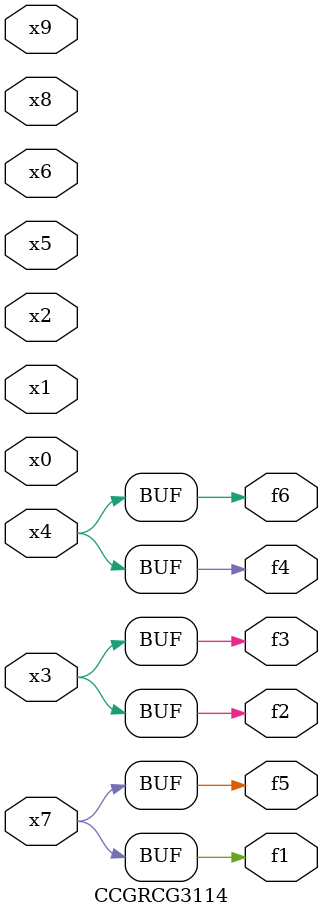
<source format=v>
module CCGRCG3114(
	input x0, x1, x2, x3, x4, x5, x6, x7, x8, x9,
	output f1, f2, f3, f4, f5, f6
);
	assign f1 = x7;
	assign f2 = x3;
	assign f3 = x3;
	assign f4 = x4;
	assign f5 = x7;
	assign f6 = x4;
endmodule

</source>
